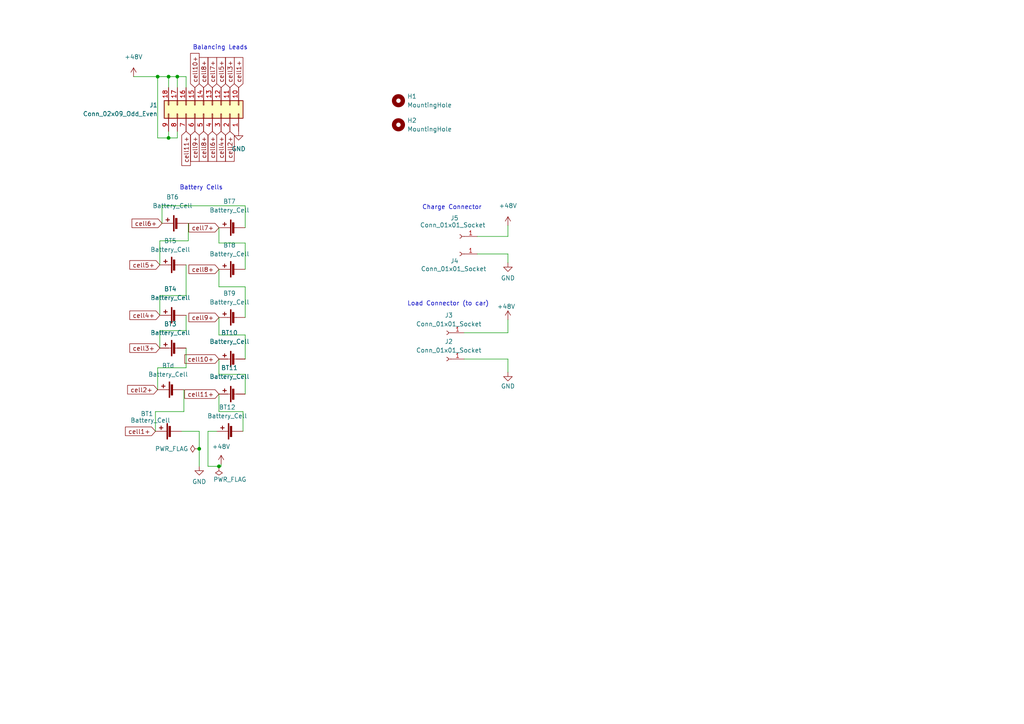
<source format=kicad_sch>
(kicad_sch (version 20231120) (generator "eeschema") (generator_version "8.0")
  (paper "A4")
  (lib_symbols
    (symbol "Connector:Conn_01x01_Socket" (pin_names (offset 1.016) hide)
      (property "Reference" "J" (at 0 2.54 0))
      (property "Value" "Conn_01x01_Socket" (at 0 -2.54 0))
      (symbol "Conn_01x01_Socket_1_1"
        (polyline (pts (xy -1.27 0) (xy -0.508 0)) (stroke (width 0.1524)))
        (arc (start 0 0.508) (mid -0.5058 0) (end 0 -0.508) (stroke (width 0.1524)))
        (pin passive line (at -5.08 0 0) (length 3.81) (name "Pin_1") (number "1"))
      )
    )
    (symbol "Connector_Generic:Conn_02x09_Top_Bottom" (pin_names (offset 1.016) hide)
      (property "Reference" "J" (at 1.27 12.7 0))
      (property "Value" "Conn_02x09_Top_Bottom" (at 1.27 -12.7 0))
      (symbol "Conn_02x09_Top_Bottom_1_1"
        (rectangle (start -1.27 -10.033) (end 0 -10.287) (stroke (width 0.1524)))
        (rectangle (start -1.27 -7.493) (end 0 -7.747) (stroke (width 0.1524)))
        (rectangle (start -1.27 -4.953) (end 0 -5.207) (stroke (width 0.1524)))
        (rectangle (start -1.27 -2.413) (end 0 -2.667) (stroke (width 0.1524)))
        (rectangle (start -1.27 0.127) (end 0 -0.127) (stroke (width 0.1524)))
        (rectangle (start -1.27 2.667) (end 0 2.413) (stroke (width 0.1524)))
        (rectangle (start -1.27 5.207) (end 0 4.953) (stroke (width 0.1524)))
        (rectangle (start -1.27 7.747) (end 0 7.493) (stroke (width 0.1524)))
        (rectangle (start -1.27 10.287) (end 0 10.033) (stroke (width 0.1524)))
        (rectangle (start -1.27 11.43) (end 3.81 -11.43) (stroke (width 0.254)) (fill (type background)))
        (rectangle (start 3.81 -10.033) (end 2.54 -10.287) (stroke (width 0.1524)))
        (rectangle (start 3.81 -7.493) (end 2.54 -7.747) (stroke (width 0.1524)))
        (rectangle (start 3.81 -4.953) (end 2.54 -5.207) (stroke (width 0.1524)))
        (rectangle (start 3.81 -2.413) (end 2.54 -2.667) (stroke (width 0.1524)))
        (rectangle (start 3.81 0.127) (end 2.54 -0.127) (stroke (width 0.1524)))
        (rectangle (start 3.81 2.667) (end 2.54 2.413) (stroke (width 0.1524)))
        (rectangle (start 3.81 5.207) (end 2.54 4.953) (stroke (width 0.1524)))
        (rectangle (start 3.81 7.747) (end 2.54 7.493) (stroke (width 0.1524)))
        (rectangle (start 3.81 10.287) (end 2.54 10.033) (stroke (width 0.1524)))
        (pin passive line (at -5.08 10.16 0) (length 3.81) (name "Pin_1") (number "1"))
        (pin passive line (at 7.62 10.16 180) (length 3.81) (name "Pin_10") (number "10"))
        (pin passive line (at 7.62 7.62 180) (length 3.81) (name "Pin_11") (number "11"))
        (pin passive line (at 7.62 5.08 180) (length 3.81) (name "Pin_12") (number "12"))
        (pin passive line (at 7.62 2.54 180) (length 3.81) (name "Pin_13") (number "13"))
        (pin passive line (at 7.62 0 180) (length 3.81) (name "Pin_14") (number "14"))
        (pin passive line (at 7.62 -2.54 180) (length 3.81) (name "Pin_15") (number "15"))
        (pin passive line (at 7.62 -5.08 180) (length 3.81) (name "Pin_16") (number "16"))
        (pin passive line (at 7.62 -7.62 180) (length 3.81) (name "Pin_17") (number "17"))
        (pin passive line (at 7.62 -10.16 180) (length 3.81) (name "Pin_18") (number "18"))
        (pin passive line (at -5.08 7.62 0) (length 3.81) (name "Pin_2") (number "2"))
        (pin passive line (at -5.08 5.08 0) (length 3.81) (name "Pin_3") (number "3"))
        (pin passive line (at -5.08 2.54 0) (length 3.81) (name "Pin_4") (number "4"))
        (pin passive line (at -5.08 0 0) (length 3.81) (name "Pin_5") (number "5"))
        (pin passive line (at -5.08 -2.54 0) (length 3.81) (name "Pin_6") (number "6"))
        (pin passive line (at -5.08 -5.08 0) (length 3.81) (name "Pin_7") (number "7"))
        (pin passive line (at -5.08 -7.62 0) (length 3.81) (name "Pin_8") (number "8"))
        (pin passive line (at -5.08 -10.16 0) (length 3.81) (name "Pin_9") (number "9"))
      )
    )
    (symbol "Device:Battery_Cell" (pin_numbers hide) (pin_names (offset 0) hide)
      (property "Reference" "BT" (at 2.54 2.54 0))
      (property "Value" "Battery_Cell" (at 2.54 0 0))
      (symbol "Battery_Cell_0_1"
        (rectangle (start -2.286 1.778) (end 2.286 1.524) (fill (type outline)))
        (rectangle (start -1.5748 1.1938) (end 1.4732 0.6858) (fill (type outline)))
        (polyline (pts (xy 0 0.762) (xy 0 0)))
        (polyline (pts (xy 0 1.778) (xy 0 2.54)))
        (polyline (pts (xy 0.508 3.429) (xy 1.524 3.429)) (stroke (width 0.254)))
        (polyline (pts (xy 1.016 3.937) (xy 1.016 2.921)) (stroke (width 0.254)))
      )
      (symbol "Battery_Cell_1_1"
        (pin passive line (at 0 5.08 270) (length 2.54) (name "+") (number "1"))
        (pin passive line (at 0 -2.54 90) (length 2.54) (name "-") (number "2"))
      )
    )
    (symbol "Mechanical:MountingHole" (pin_names (offset 1.016))
      (property "Reference" "H" (at 0 5.08 0))
      (property "Value" "MountingHole" (at 0 3.175 0))
      (symbol "MountingHole_0_1"
        (circle (center 0 0) (radius 1.27) (stroke (width 1.27)))
      )
    )
    (symbol "power:+48V" (power) (pin_names (offset 0))
      (property "Value" "+48V" (at 0 3.556 0))
      (symbol "+48V_0_1"
        (polyline (pts (xy -0.762 1.27) (xy 0 2.54)))
        (polyline (pts (xy 0 0) (xy 0 2.54)))
        (polyline (pts (xy 0 2.54) (xy 0.762 1.27)))
      )
      (symbol "+48V_1_1"
        (pin power_in line (at 0 0 90) (length 0) hide (name "+48V") (number "1"))
      )
    )
    (symbol "power:GND" (power) (pin_names (offset 0))
      (property "Value" "GND" (at 0 -3.81 0))
      (symbol "GND_0_1"
        (polyline (pts (xy 0 0) (xy 0 -1.27) (xy 1.27 -1.27) (xy 0 -2.54) (xy -1.27 -1.27) (xy 0 -1.27)))
      )
      (symbol "GND_1_1"
        (pin power_in line (at 0 0 270) (length 0) hide (name "GND") (number "1"))
      )
    )
    (symbol "power:PWR_FLAG" (power) (pin_numbers hide) (pin_names (offset 0) hide)
      (property "Value" "PWR_FLAG" (at 0 3.81 0))
      (symbol "PWR_FLAG_0_0"
        (pin power_out line (at 0 0 90) (length 0) (name "pwr") (number "1"))
      )
      (symbol "PWR_FLAG_0_1"
        (polyline (pts (xy 0 0) (xy 0 1.27) (xy -1.016 1.905) (xy 0 2.54) (xy 1.016 1.905) (xy 0 1.27)))
      )
    )
  )
  (junction (at 48.895 22.225))
  (junction (at 57.785 130.175))
  (junction (at 51.435 22.225))
  (junction (at 45.72 22.225))
  (junction (at 63.5 135.255))
  (junction (at 48.895 40.005))
  (wire (pts (xy 71.12 83.185) (xy 71.12 92.075)))
  (wire (pts (xy 60.325 125.095) (xy 60.325 135.255)))
  (wire (pts (xy 63.5 83.185) (xy 71.12 83.185)))
  (wire (pts (xy 134.62 104.14) (xy 147.32 104.14)))
  (wire (pts (xy 53.975 85.725) (xy 53.975 76.835)))
  (wire (pts (xy 53.34 119.38) (xy 53.34 113.03)))
  (wire (pts (xy 134.62 96.52) (xy 147.32 96.52)))
  (wire (pts (xy 46.355 95.885) (xy 53.975 95.885)))
  (wire (pts (xy 52.705 125.095) (xy 57.785 125.095)))
  (wire (pts (xy 45.72 106.68) (xy 53.975 106.68)))
  (wire (pts (xy 147.32 65.405) (xy 147.32 68.58)))
  (wire (pts (xy 45.72 113.03) (xy 45.72 106.68)))
  (wire (pts (xy 63.5 66.04) (xy 63.5 70.485)))
  (wire (pts (xy 63.5 92.075) (xy 63.5 97.155)))
  (wire (pts (xy 147.32 92.71) (xy 147.32 96.52)))
  (wire (pts (xy 46.355 76.835) (xy 46.355 69.85)))
  (wire (pts (xy 147.32 73.66) (xy 147.32 76.2)))
  (wire (pts (xy 51.435 38.1) (xy 51.435 40.005)))
  (wire (pts (xy 53.975 106.68) (xy 53.975 100.965)))
  (wire (pts (xy 147.32 104.14) (xy 147.32 107.95)))
  (wire (pts (xy 71.12 59.69) (xy 71.12 66.04)))
  (wire (pts (xy 70.485 119.38) (xy 70.485 125.095)))
  (wire (pts (xy 46.355 69.85) (xy 54.61 69.85)))
  (wire (pts (xy 46.355 91.44) (xy 46.355 85.725)))
  (wire (pts (xy 62.865 125.095) (xy 60.325 125.095)))
  (wire (pts (xy 57.785 125.095) (xy 57.785 130.175)))
  (wire (pts (xy 64.135 135.255) (xy 63.5 135.255)))
  (wire (pts (xy 71.12 108.585) (xy 71.12 114.3)))
  (wire (pts (xy 71.12 97.155) (xy 71.12 104.14)))
  (wire (pts (xy 71.12 70.485) (xy 71.12 78.105)))
  (wire (pts (xy 45.085 125.095) (xy 45.085 119.38)))
  (wire (pts (xy 54.61 69.85) (xy 54.61 64.77)))
  (wire (pts (xy 48.895 40.005) (xy 45.72 40.005)))
  (wire (pts (xy 48.895 38.1) (xy 48.895 40.005)))
  (wire (pts (xy 48.895 22.225) (xy 48.895 25.4)))
  (wire (pts (xy 45.72 40.005) (xy 45.72 22.225)))
  (wire (pts (xy 53.975 22.225) (xy 53.975 25.4)))
  (wire (pts (xy 57.785 130.175) (xy 57.785 135.255)))
  (wire (pts (xy 51.435 40.005) (xy 48.895 40.005)))
  (wire (pts (xy 138.43 68.58) (xy 147.32 68.58)))
  (wire (pts (xy 138.43 73.66) (xy 147.32 73.66)))
  (wire (pts (xy 38.735 22.225) (xy 45.72 22.225)))
  (wire (pts (xy 63.5 108.585) (xy 71.12 108.585)))
  (wire (pts (xy 63.5 78.105) (xy 63.5 83.185)))
  (wire (pts (xy 63.5 104.14) (xy 63.5 108.585)))
  (wire (pts (xy 63.5 114.3) (xy 63.5 119.38)))
  (wire (pts (xy 63.5 70.485) (xy 71.12 70.485)))
  (wire (pts (xy 63.5 97.155) (xy 71.12 97.155)))
  (wire (pts (xy 63.5 119.38) (xy 70.485 119.38)))
  (wire (pts (xy 53.975 95.885) (xy 53.975 91.44)))
  (wire (pts (xy 51.435 22.225) (xy 51.435 25.4)))
  (wire (pts (xy 63.5 135.255) (xy 60.325 135.255)))
  (wire (pts (xy 46.99 64.77) (xy 46.99 59.69)))
  (wire (pts (xy 46.355 85.725) (xy 53.975 85.725)))
  (wire (pts (xy 48.895 22.225) (xy 51.435 22.225)))
  (wire (pts (xy 46.99 59.69) (xy 71.12 59.69)))
  (wire (pts (xy 46.355 100.965) (xy 46.355 95.885)))
  (wire (pts (xy 64.135 134.62) (xy 64.135 135.255)))
  (wire (pts (xy 51.435 22.225) (xy 53.975 22.225)))
  (wire (pts (xy 45.085 119.38) (xy 53.34 119.38)))
  (wire (pts (xy 45.72 22.225) (xy 48.895 22.225)))
  (text "Balancing Leads" (at 55.88 14.605 0) (effects (font (size 1.27 1.27)) (justify left bottom)))
  (text "Load Connector (to car)" (at 118.11 88.9 0) (effects (font (size 1.27 1.27)) (justify left bottom)))
  (text "Battery Cells" (at 52.07 55.245 0) (effects (font (size 1.27 1.27)) (justify left bottom)))
  (text "Charge Connector" (at 122.428 60.96 0) (effects (font (size 1.27 1.27)) (justify left bottom)))
  (global_label "cell5+" (shape input) (at 46.355 76.835 180) (property "Intersheetrefs" "${INTERSHEET_REFS}" (effects (hide yes))))
  (global_label "cell8+" (shape input) (at 59.055 38.1 270) (property "Intersheetrefs" "${INTERSHEET_REFS}" (effects (hide yes))))
  (global_label "cell9+" (shape input) (at 56.515 38.1 270) (property "Intersheetrefs" "${INTERSHEET_REFS}" (effects (hide yes))))
  (global_label "cell4+" (shape input) (at 46.355 91.44 180) (property "Intersheetrefs" "${INTERSHEET_REFS}" (effects (hide yes))))
  (global_label "cell1+" (shape input) (at 45.085 125.095 180) (property "Intersheetrefs" "${INTERSHEET_REFS}" (effects (hide yes))))
  (global_label "cell4+" (shape input) (at 64.135 38.1 270) (property "Intersheetrefs" "${INTERSHEET_REFS}" (effects (hide yes))))
  (global_label "cell7+" (shape input) (at 63.5 66.04 180) (property "Intersheetrefs" "${INTERSHEET_REFS}" (effects (hide yes))))
  (global_label "cell5+" (shape input) (at 64.135 25.4 90) (property "Intersheetrefs" "${INTERSHEET_REFS}" (effects (hide yes))))
  (global_label "cell6+" (shape input) (at 61.595 38.1 270) (property "Intersheetrefs" "${INTERSHEET_REFS}" (effects (hide yes))))
  (global_label "cell7+" (shape input) (at 61.595 25.4 90) (property "Intersheetrefs" "${INTERSHEET_REFS}" (effects (hide yes))))
  (global_label "cell10+" (shape input) (at 63.5 104.14 180) (property "Intersheetrefs" "${INTERSHEET_REFS}" (effects (hide yes))))
  (global_label "cell6+" (shape input) (at 46.99 64.77 180) (property "Intersheetrefs" "${INTERSHEET_REFS}" (effects (hide yes))))
  (global_label "cell2+" (shape input) (at 45.72 113.03 180) (property "Intersheetrefs" "${INTERSHEET_REFS}" (effects (hide yes))))
  (global_label "cell8+" (shape input) (at 59.055 25.4 90) (property "Intersheetrefs" "${INTERSHEET_REFS}" (effects (hide yes))))
  (global_label "cell10+" (shape input) (at 56.515 25.4 90) (property "Intersheetrefs" "${INTERSHEET_REFS}" (effects (hide yes))))
  (global_label "cell3+" (shape input) (at 46.355 100.965 180) (property "Intersheetrefs" "${INTERSHEET_REFS}" (effects (hide yes))))
  (global_label "cell11+" (shape input) (at 63.5 114.3 180) (property "Intersheetrefs" "${INTERSHEET_REFS}" (effects (hide yes))))
  (global_label "cell1+" (shape input) (at 69.215 25.4 90) (property "Intersheetrefs" "${INTERSHEET_REFS}" (effects (hide yes))))
  (global_label "cell3+" (shape input) (at 66.675 25.4 90) (property "Intersheetrefs" "${INTERSHEET_REFS}" (effects (hide yes))))
  (global_label "cell2+" (shape input) (at 66.675 38.1 270) (property "Intersheetrefs" "${INTERSHEET_REFS}" (effects (hide yes))))
  (global_label "cell8+" (shape input) (at 63.5 78.105 180) (property "Intersheetrefs" "${INTERSHEET_REFS}" (effects (hide yes))))
  (global_label "cell11+" (shape input) (at 53.975 38.1 270) (property "Intersheetrefs" "${INTERSHEET_REFS}" (effects (hide yes))))
  (global_label "cell9+" (shape input) (at 63.5 92.075 180) (property "Intersheetrefs" "${INTERSHEET_REFS}" (effects (hide yes))))
  (symbol (lib_id "Device:Battery_Cell") (at 51.435 100.965 90) (unit 1)
    (property "Reference" "BT3" (at 49.403 93.98 90))
    (property "Value" "Battery_Cell" (at 49.403 96.52 90))
    (property "Footprint" "URBAN_CELL_CUSTOM_footprints:Enepaq Molicel P50B 21700" (effects (hide yes)))
  )
  (symbol (lib_id "Device:Battery_Cell") (at 51.435 76.835 90) (unit 1)
    (property "Reference" "BT5" (at 49.403 69.85 90))
    (property "Value" "Battery_Cell" (at 49.403 72.39 90))
    (property "Footprint" "URBAN_CELL_CUSTOM_footprints:Enepaq Molicel P50B 21700" (effects (hide yes)))
  )
  (symbol (lib_id "Device:Battery_Cell") (at 51.435 91.44 90) (unit 1)
    (property "Reference" "BT4" (at 49.403 83.82 90))
    (property "Value" "Battery_Cell" (at 49.403 86.36 90))
    (property "Footprint" "URBAN_CELL_CUSTOM_footprints:Enepaq Molicel P50B 21700" (effects (hide yes)))
  )
  (symbol (lib_id "Connector:Conn_01x01_Socket") (at 129.54 96.52 180) (unit 1)
    (property "Reference" "J3" (at 130.175 91.44 0))
    (property "Value" "Conn_01x01_Socket" (at 130.175 93.98 0))
    (property "Footprint" "URBAN_CELL_CUSTOM_footprints:AMP_01x01_WTB036SV061250R_RADSOKPOWERLOK" (effects (hide yes)))
    (property "Datasheet" "https://mm.digikey.com/Volume0/opasdata/d220001/medias/docus/2604/WTB036SV061250%20(10-729923-000T).PDF" (effects (hide yes)))
    (property "Description" "Generic connector, single row, 01x01, script generated" (effects (hide yes)))
  )
  (symbol (lib_id "power:+48V") (at 38.735 22.225 0) (unit 1)
    (property "Reference" "#PWR01" (effects (hide yes)))
    (property "Value" "+48V" (at 38.735 16.51 0))
  )
  (symbol (lib_id "Device:Battery_Cell") (at 68.58 104.14 90) (unit 1)
    (property "Reference" "BT10" (at 66.548 96.52 90))
    (property "Value" "Battery_Cell" (at 66.548 99.06 90))
    (property "Footprint" "URBAN_CELL_CUSTOM_footprints:Enepaq Molicel P50B 21700" (effects (hide yes)))
  )
  (symbol (lib_id "Device:Battery_Cell") (at 68.58 66.04 90) (unit 1)
    (property "Reference" "BT7" (at 66.548 58.42 90))
    (property "Value" "Battery_Cell" (at 66.548 60.96 90))
    (property "Footprint" "URBAN_CELL_CUSTOM_footprints:Enepaq Molicel P50B 21700" (effects (hide yes)))
  )
  (symbol (lib_id "Device:Battery_Cell") (at 68.58 78.105 90) (unit 1)
    (property "Reference" "BT8" (at 66.548 71.12 90))
    (property "Value" "Battery_Cell" (at 66.548 73.66 90))
    (property "Footprint" "URBAN_CELL_CUSTOM_footprints:Enepaq Molicel P50B 21700" (effects (hide yes)))
  )
  (symbol (lib_id "power:GND") (at 147.32 107.95 0) (unit 1)
    (property "Reference" "#PWR08" (effects (hide yes)))
    (property "Value" "GND" (at 147.32 112.014 0))
  )
  (symbol (lib_id "Device:Battery_Cell") (at 67.945 125.095 90) (unit 1)
    (property "Reference" "BT12" (at 65.913 118.11 90))
    (property "Value" "Battery_Cell" (at 65.913 120.65 90))
    (property "Footprint" "URBAN_CELL_CUSTOM_footprints:Enepaq Molicel P50B 21700" (effects (hide yes)))
  )
  (symbol (lib_id "power:+48V") (at 147.32 65.405 0) (unit 1)
    (property "Reference" "#PWR05" (effects (hide yes)))
    (property "Value" "+48V" (at 147.32 59.69 0))
  )
  (symbol (lib_id "Device:Battery_Cell") (at 68.58 92.075 90) (unit 1)
    (property "Reference" "BT9" (at 66.548 85.09 90))
    (property "Value" "Battery_Cell" (at 66.548 87.63 90))
    (property "Footprint" "URBAN_CELL_CUSTOM_footprints:Enepaq Molicel P50B 21700" (effects (hide yes)))
  )
  (symbol (lib_id "Mechanical:MountingHole") (at 115.57 29.21 0) (unit 1)
    (property "Reference" "H1" (at 118.11 27.9399 0) (effects (justify left)))
    (property "Value" "MountingHole" (at 118.11 30.4799 0) (effects (justify left)))
    (property "Footprint" "MountingHole:MountingHole_8.4mm_M8" (effects (hide yes)))
  )
  (symbol (lib_id "Connector_Generic:Conn_02x09_Top_Bottom") (at 59.055 33.02 270) (mirror x) (unit 1)
    (property "Reference" "J1" (at 45.72 30.4799 90) (effects (justify right)))
    (property "Value" "Conn_02x09_Odd_Even" (at 45.72 33.0199 90) (effects (justify right)))
    (property "Footprint" "Connector_Molex:Molex_Mini-Fit_Jr_5569-18A2_2x09_P4.20mm_Horizontal" (effects (hide yes)))
    (property "Datasheet" "https://www.molex.com/content/dam/molex/molex-dot-com/products/automated/en-us/salesdrawingpdf/556/5569/039301180_sd.pdf?inline" (effects (hide yes)))
  )
  (symbol (lib_id "Device:Battery_Cell") (at 68.58 114.3 90) (unit 1)
    (property "Reference" "BT11" (at 66.548 106.68 90))
    (property "Value" "Battery_Cell" (at 66.548 109.22 90))
    (property "Footprint" "URBAN_CELL_CUSTOM_footprints:Enepaq Molicel P50B 21700" (effects (hide yes)))
  )
  (symbol (lib_id "Connector:Conn_01x01_Socket") (at 133.35 68.58 180) (unit 1)
    (property "Reference" "J5" (at 131.826 63.246 0))
    (property "Value" "Conn_01x01_Socket" (at 131.318 65.278 0))
    (property "Footprint" "URBAN_CELL_CUSTOM_footprints:PHOENIX_01x01_1190362_TERMBLOCK_ANGLED" (effects (hide yes)))
    (property "Datasheet" "https://mm.digikey.com/Volume0/opasdata/d220001/medias/docus/2613/1190362_00_en_00.pdf" (effects (hide yes)))
    (property "Description" "Generic connector, single row, 01x01, script generated" (effects (hide yes)))
  )
  (symbol (lib_id "Device:Battery_Cell") (at 52.07 64.77 90) (unit 1)
    (property "Reference" "BT6" (at 50.038 57.15 90))
    (property "Value" "Battery_Cell" (at 50.038 59.69 90))
    (property "Footprint" "URBAN_CELL_CUSTOM_footprints:Enepaq Molicel P50B 21700" (effects (hide yes)))
  )
  (symbol (lib_id "Connector:Conn_01x01_Socket") (at 133.35 73.66 180) (unit 1)
    (property "Reference" "J4" (at 131.826 75.692 0))
    (property "Value" "Conn_01x01_Socket" (at 131.572 77.978 0))
    (property "Footprint" "URBAN_CELL_CUSTOM_footprints:PHOENIX_01x01_1190362_TERMBLOCK_ANGLED" (effects (hide yes)))
    (property "Datasheet" "https://mm.digikey.com/Volume0/opasdata/d220001/medias/docus/2613/1190362_00_en_00.pdf" (effects (hide yes)))
    (property "Description" "Generic connector, single row, 01x01, script generated" (effects (hide yes)))
  )
  (symbol (lib_id "Device:Battery_Cell") (at 50.165 125.095 90) (unit 1)
    (property "Reference" "BT1" (at 44.45 120.015 90) (effects (justify left)))
    (property "Value" "Battery_Cell" (at 49.4029 121.92 90) (effects (justify left)))
    (property "Footprint" "URBAN_CELL_CUSTOM_footprints:Enepaq Molicel P50B 21700" (effects (hide yes)))
  )
  (symbol (lib_id "Device:Battery_Cell") (at 50.8 113.03 90) (unit 1)
    (property "Reference" "BTd" (at 48.768 106.045 90))
    (property "Value" "Battery_Cell" (at 48.768 108.585 90))
    (property "Footprint" "URBAN_CELL_CUSTOM_footprints:Enepaq Molicel P50B 21700" (effects (hide yes)))
  )
  (symbol (lib_id "power:+48V") (at 64.135 134.62 0) (unit 1)
    (property "Reference" "#PWR03" (effects (hide yes)))
    (property "Value" "+48V" (at 64.135 129.54 0))
  )
  (symbol (lib_id "power:GND") (at 147.32 76.2 0) (unit 1)
    (property "Reference" "#PWR06" (effects (hide yes)))
    (property "Value" "GND" (at 147.32 80.645 0))
  )
  (symbol (lib_id "Mechanical:MountingHole") (at 115.57 36.195 0) (unit 1)
    (property "Reference" "H2" (at 118.11 34.9249 0) (effects (justify left)))
    (property "Value" "MountingHole" (at 118.11 37.4649 0) (effects (justify left)))
    (property "Footprint" "MountingHole:MountingHole_8.4mm_M8" (effects (hide yes)))
  )
  (symbol (lib_id "power:PWR_FLAG") (at 57.785 130.175 90) (unit 1)
    (property "Reference" "#FLG0101" (effects (hide yes)))
    (property "Value" "PWR_FLAG" (at 54.61 130.1749 90) (effects (justify left)))
  )
  (symbol (lib_id "power:GND") (at 69.215 38.1 0) (unit 1)
    (property "Reference" "#PWR04" (effects (hide yes)))
    (property "Value" "GND" (at 69.215 43.18 0))
  )
  (symbol (lib_id "power:+48V") (at 147.32 92.71 0) (unit 1)
    (property "Reference" "#PWR07" (effects (hide yes)))
    (property "Value" "+48V" (at 146.812 88.9 0))
  )
  (symbol (lib_id "power:GND") (at 57.785 135.255 0) (unit 1)
    (property "Reference" "#PWR02" (effects (hide yes)))
    (property "Value" "GND" (at 57.785 139.7 0))
  )
  (symbol (lib_id "power:PWR_FLAG") (at 63.5 135.255 180) (unit 1)
    (property "Reference" "#FLG0102" (effects (hide yes)))
    (property "Value" "PWR_FLAG" (at 66.675 139.065 0))
  )
  (symbol (lib_id "Connector:Conn_01x01_Socket") (at 129.54 104.14 180) (unit 1)
    (property "Reference" "J2" (at 130.175 99.06 0))
    (property "Value" "Conn_01x01_Socket" (at 130.175 101.6 0))
    (property "Footprint" "URBAN_CELL_CUSTOM_footprints:AMP_01x01_WTB036SV061250R_RADSOKPOWERLOK" (effects (hide yes)))
    (property "Datasheet" "https://mm.digikey.com/Volume0/opasdata/d220001/medias/docus/2604/WTB036SV061250%20(10-729923-000T).PDF" (effects (hide yes)))
    (property "Description" "Generic connector, single row, 01x01, script generated" (effects (hide yes)))
  )
)
</source>
